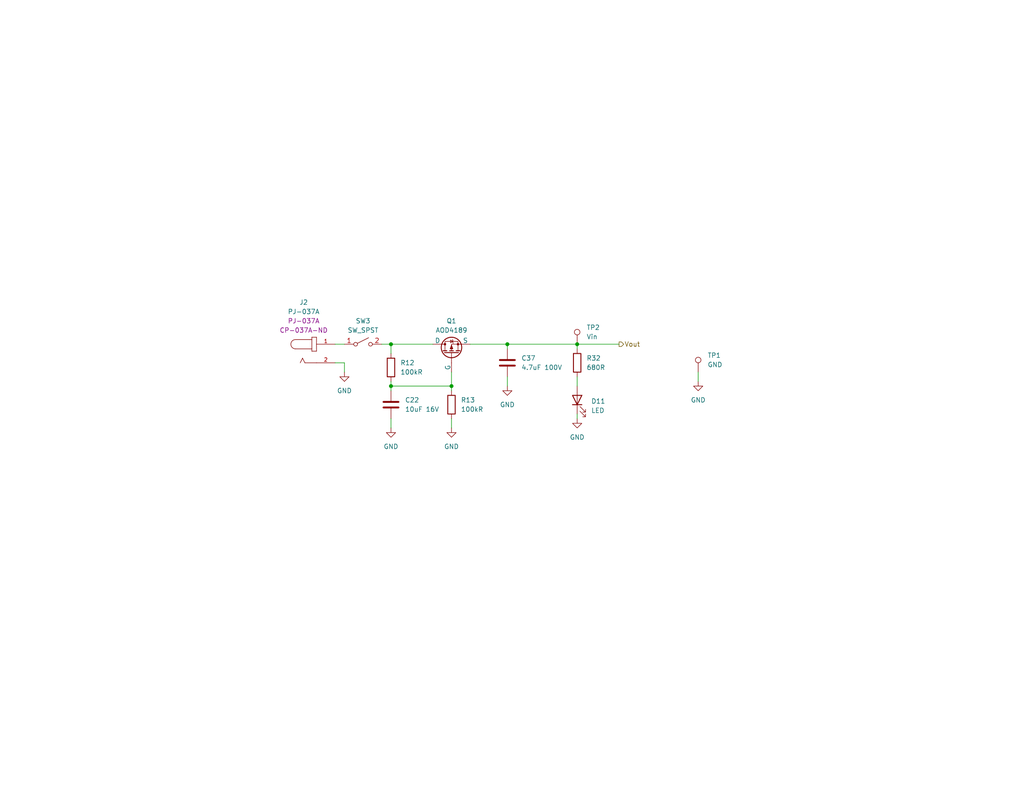
<source format=kicad_sch>
(kicad_sch (version 20230121) (generator eeschema)
  (paper "A")
  (title_block (title "Adjustable Power Supply") (date "2024-01-11") (company "George Jurgiel") (comment 1 "12V power input with soft start."))
  (lib_symbols
    (symbol "Adjustable_Power_Suppy:PJ-037A" (pin_names (offset 1.016) hide)
      (property "Reference" "J" (at -7.62 5.08 0))
      (property "Value" "PJ-037A" (at -7.62 -5.08 0))
      (property "MPN" "PJ-037A" (at 0 0 0))
      (property "Digikey PN" "CP-037A-ND" (at 0 0 0))
      (symbol "PJ-037A_0_0"
        (arc (start -5.726 3.81) (mid -6.9905 2.54) (end -5.726 1.27) (stroke (width 0.1524)))
        (polyline (pts (xy -5.715 3.81) (xy -1.27 3.81)) (stroke (width 0.1524)))
        (polyline (pts (xy -3.81 -1.27) (xy -4.445 -2.54)) (stroke (width 0.1524)))
        (polyline (pts (xy -3.175 -2.54) (xy -3.81 -1.27)) (stroke (width 0.1524)))
        (polyline (pts (xy -1.27 0.635) (xy 0 0.635)) (stroke (width 0.1524)))
        (polyline (pts (xy -1.27 1.27) (xy -5.715 1.27)) (stroke (width 0.1524)))
        (polyline (pts (xy -1.27 1.27) (xy -1.27 0.635)) (stroke (width 0.1524)))
        (polyline (pts (xy -1.27 3.81) (xy -1.27 1.27)) (stroke (width 0.1524)))
        (polyline (pts (xy -1.27 4.445) (xy -1.27 3.81)) (stroke (width 0.1524)))
        (polyline (pts (xy 0 -2.54) (xy -3.175 -2.54)) (stroke (width 0.1524)))
        (polyline (pts (xy 0 0.635) (xy 0 4.445)) (stroke (width 0.1524)))
        (polyline (pts (xy 0 4.445) (xy -1.27 4.445)) (stroke (width 0.1524)))
        (pin passive line (at 5.08 -2.54 180) (length 5.08) (name "~") (number "2"))
      )
      (symbol "PJ-037A_1_0"
        (pin passive line (at 5.08 2.54 180) (length 5.08) (name "~") (number "1"))
      )
    )
    (symbol "Connector:TestPoint" (pin_numbers hide) (pin_names (offset 0.762) hide)
      (property "Reference" "TP" (at 0 6.858 0))
      (property "Value" "TestPoint" (at 0 5.08 0))
      (symbol "TestPoint_0_1"
        (circle (center 0 3.302) (radius 0.762))
      )
      (symbol "TestPoint_1_1"
        (pin passive line (at 0 0 90) (length 2.54) (name "1") (number "1"))
      )
    )
    (symbol "Device:C" (pin_numbers hide) (pin_names (offset 0.254))
      (property "Reference" "C" (at 0.635 2.54 0))
      (property "Value" "C" (at 0.635 -2.54 0))
      (symbol "C_0_1"
        (polyline (pts (xy -2.032 -0.762) (xy 2.032 -0.762)) (stroke (width 0.508)))
        (polyline (pts (xy -2.032 0.762) (xy 2.032 0.762)) (stroke (width 0.508)))
      )
      (symbol "C_1_1"
        (pin passive line (at 0 3.81 270) (length 2.794) (name "~") (number "1"))
        (pin passive line (at 0 -3.81 90) (length 2.794) (name "~") (number "2"))
      )
    )
    (symbol "Device:LED" (pin_numbers hide) (pin_names (offset 1.016) hide)
      (property "Reference" "D" (at 0 2.54 0))
      (property "Value" "LED" (at 0 -2.54 0))
      (symbol "LED_0_1"
        (polyline (pts (xy -1.27 -1.27) (xy -1.27 1.27)) (stroke (width 0.254)))
        (polyline (pts (xy -1.27 0) (xy 1.27 0)))
        (polyline (pts (xy 1.27 -1.27) (xy 1.27 1.27) (xy -1.27 0) (xy 1.27 -1.27)) (stroke (width 0.254)))
        (polyline (pts (xy -3.048 -0.762) (xy -4.572 -2.286) (xy -3.81 -2.286) (xy -4.572 -2.286) (xy -4.572 -1.524)))
        (polyline (pts (xy -1.778 -0.762) (xy -3.302 -2.286) (xy -2.54 -2.286) (xy -3.302 -2.286) (xy -3.302 -1.524)))
      )
      (symbol "LED_1_1"
        (pin passive line (at -3.81 0 0) (length 2.54) (name "K") (number "1"))
        (pin passive line (at 3.81 0 180) (length 2.54) (name "A") (number "2"))
      )
    )
    (symbol "Device:R" (pin_numbers hide) (pin_names (offset 0))
      (property "Reference" "R" (at 2.032 0 90))
      (property "Value" "R" (at 0 0 90))
      (symbol "R_0_1"
        (rectangle (start -1.016 -2.54) (end 1.016 2.54) (stroke (width 0.254)))
      )
      (symbol "R_1_1"
        (pin passive line (at 0 3.81 270) (length 1.27) (name "~") (number "1"))
        (pin passive line (at 0 -3.81 90) (length 1.27) (name "~") (number "2"))
      )
    )
    (symbol "Simulation_SPICE:PMOS" (pin_numbers hide) (pin_names (offset 0))
      (property "Reference" "Q" (at 5.08 1.27 0))
      (property "Value" "PMOS" (at 5.08 -1.27 0))
      (symbol "PMOS_0_1"
        (polyline (pts (xy 0.254 0) (xy -2.54 0)))
        (polyline (pts (xy 0.254 1.905) (xy 0.254 -1.905)) (stroke (width 0.254)))
        (polyline (pts (xy 0.762 -1.27) (xy 0.762 -2.286)) (stroke (width 0.254)))
        (polyline (pts (xy 0.762 0.508) (xy 0.762 -0.508)) (stroke (width 0.254)))
        (polyline (pts (xy 0.762 2.286) (xy 0.762 1.27)) (stroke (width 0.254)))
        (polyline (pts (xy 2.54 2.54) (xy 2.54 1.778)))
        (polyline (pts (xy 2.54 -2.54) (xy 2.54 0) (xy 0.762 0)))
        (polyline (pts (xy 0.762 1.778) (xy 3.302 1.778) (xy 3.302 -1.778) (xy 0.762 -1.778)))
        (polyline (pts (xy 2.286 0) (xy 1.27 0.381) (xy 1.27 -0.381) (xy 2.286 0)) (fill (type outline)))
        (polyline (pts (xy 2.794 -0.508) (xy 2.921 -0.381) (xy 3.683 -0.381) (xy 3.81 -0.254)))
        (polyline (pts (xy 3.302 -0.381) (xy 2.921 0.254) (xy 3.683 0.254) (xy 3.302 -0.381)))
        (circle (center 1.651 0) (radius 2.794) (stroke (width 0.254)))
        (circle (center 2.54 -1.778) (radius 0.254) (fill (type outline)))
        (circle (center 2.54 1.778) (radius 0.254) (fill (type outline)))
      )
      (symbol "PMOS_1_1"
        (pin passive line (at 2.54 5.08 270) (length 2.54) (name "D") (number "1"))
        (pin input line (at -5.08 0 0) (length 2.54) (name "G") (number "2"))
        (pin passive line (at 2.54 -5.08 90) (length 2.54) (name "S") (number "3"))
      )
    )
    (symbol "Switch:SW_SPST" (pin_names (offset 0) hide)
      (property "Reference" "SW" (at 0 3.175 0))
      (property "Value" "SW_SPST" (at 0 -2.54 0))
      (symbol "SW_SPST_0_0"
        (circle (center -2.032 0) (radius 0.508))
        (polyline (pts (xy -1.524 0.254) (xy 1.524 1.778)))
        (circle (center 2.032 0) (radius 0.508))
      )
      (symbol "SW_SPST_1_1"
        (pin passive line (at -5.08 0 0) (length 2.54) (name "A") (number "1"))
        (pin passive line (at 5.08 0 180) (length 2.54) (name "B") (number "2"))
      )
    )
    (symbol "power:GND" (power) (pin_names (offset 0))
      (property "Value" "GND" (at 0 -3.81 0))
      (symbol "GND_0_1"
        (polyline (pts (xy 0 0) (xy 0 -1.27) (xy 1.27 -1.27) (xy 0 -2.54) (xy -1.27 -1.27) (xy 0 -1.27)))
      )
      (symbol "GND_1_1"
        (pin power_in line (at 0 0 270) (length 0) hide (name "GND") (number "1"))
      )
    )
  )
  (junction (at 157.48 93.98))
  (junction (at 138.43 93.98))
  (junction (at 123.19 105.41))
  (junction (at 106.68 105.41))
  (junction (at 106.68 93.98))
  (wire (pts (xy 106.68 105.41) (xy 123.19 105.41)))
  (wire (pts (xy 138.43 93.98) (xy 157.48 93.98)))
  (wire (pts (xy 157.48 93.98) (xy 168.91 93.98)))
  (wire (pts (xy 128.27 93.98) (xy 138.43 93.98)))
  (wire (pts (xy 91.44 99.06) (xy 93.98 99.06)))
  (wire (pts (xy 106.68 114.3) (xy 106.68 116.84)))
  (wire (pts (xy 138.43 93.98) (xy 138.43 95.25)))
  (wire (pts (xy 157.48 102.87) (xy 157.48 105.41)))
  (wire (pts (xy 106.68 93.98) (xy 118.11 93.98)))
  (wire (pts (xy 93.98 99.06) (xy 93.98 101.6)))
  (wire (pts (xy 123.19 105.41) (xy 123.19 106.68)))
  (wire (pts (xy 190.5 104.14) (xy 190.5 101.6)))
  (wire (pts (xy 104.14 93.98) (xy 106.68 93.98)))
  (wire (pts (xy 106.68 105.41) (xy 106.68 104.14)))
  (wire (pts (xy 157.48 113.03) (xy 157.48 114.3)))
  (wire (pts (xy 106.68 96.52) (xy 106.68 93.98)))
  (wire (pts (xy 106.68 106.68) (xy 106.68 105.41)))
  (wire (pts (xy 91.44 93.98) (xy 93.98 93.98)))
  (wire (pts (xy 123.19 114.3) (xy 123.19 116.84)))
  (wire (pts (xy 123.19 105.41) (xy 123.19 101.6)))
  (wire (pts (xy 157.48 93.98) (xy 157.48 95.25)))
  (wire (pts (xy 138.43 105.41) (xy 138.43 102.87)))
  (hierarchical_label "Vout" (shape output) (at 168.91 93.98 0))
  (symbol (lib_id "Device:LED") (at 157.48 109.22 90) (unit 1)
    (property "Reference" "D11" (at 161.29 109.5375 90) (effects (justify right)))
    (property "Value" "LED" (at 161.29 112.0775 90) (effects (justify right)))
    (property "Footprint" "LED_SMD:LED_0603_1608Metric_Pad1.05x0.95mm_HandSolder" (effects hide))
    (instances (project "Adjustable_Power_Supply" (path "" (reference "D11") (unit 1)) (path "" (reference "D12") (unit 1))))
  )
  (symbol (lib_id "Device:C") (at 138.43 99.06 0) (unit 1)
    (property "Reference" "C37" (at 142.24 97.79 0) (effects (justify left)))
    (property "Value" "4.7uF 100V" (at 142.24 100.33 0) (effects (justify left)))
    (property "Footprint" "Capacitor_SMD:C_0603_1608Metric_Pad1.08x0.95mm_HandSolder" (effects hide))
  )
  (symbol (lib_id "power:GND") (at 190.5 104.14 0) (unit 1)
    (property "Reference" "#PWR060" (effects hide))
    (property "Value" "GND" (at 190.5 109.22 0))
    (instances (project "Adjustable_Power_Supply" (path "" (reference "#PWR060") (unit 1)) (path "" (reference "#PWR04") (unit 1))))
  )
  (symbol (lib_id "Device:R") (at 123.19 110.49 0) (unit 1)
    (property "Reference" "R13" (at 125.73 109.22 0) (effects (justify left)))
    (property "Value" "100kR" (at 125.73 111.76 0) (effects (justify left)))
    (property "Footprint" "Resistor_SMD:R_0603_1608Metric_Pad0.98x0.95mm_HandSolder" (effects hide))
  )
  (symbol (lib_id "power:GND") (at 106.68 116.84 0) (unit 1)
    (property "Reference" "#PWR020" (effects hide))
    (property "Value" "GND" (at 106.68 121.92 0))
  )
  (symbol (lib_id "power:GND") (at 138.43 105.41 0) (unit 1)
    (property "Reference" "#PWR058" (effects hide))
    (property "Value" "GND" (at 138.43 110.49 0))
  )
  (symbol (lib_id "power:GND") (at 123.19 116.84 0) (unit 1)
    (property "Reference" "#PWR019" (effects hide))
    (property "Value" "GND" (at 123.19 121.92 0))
  )
  (symbol (lib_id "power:GND") (at 157.48 114.3 0) (unit 1)
    (property "Reference" "#PWR060" (effects hide))
    (property "Value" "GND" (at 157.48 119.38 0))
    (instances (project "Adjustable_Power_Supply" (path "" (reference "#PWR060") (unit 1)) (path "" (reference "#PWR061") (unit 1))))
  )
  (symbol (lib_id "Connector:TestPoint") (at 190.5 101.6 0) (unit 1)
    (property "Reference" "TP1" (at 193.04 97.028 0) (effects (justify left)))
    (property "Value" "GND" (at 193.04 99.568 0) (effects (justify left)))
    (property "Footprint" "Adjustable_Power_Supply:TP420X150" (effects hide))
  )
  (symbol (lib_id "Device:R") (at 106.68 100.33 0) (unit 1)
    (property "Reference" "R12" (at 109.22 99.06 0) (effects (justify left)))
    (property "Value" "100kR" (at 109.22 101.6 0) (effects (justify left)))
    (property "Footprint" "Resistor_SMD:R_0603_1608Metric_Pad0.98x0.95mm_HandSolder" (effects hide))
  )
  (symbol (lib_id "power:GND") (at 93.98 101.6 0) (unit 1)
    (property "Reference" "#PWR021" (effects hide))
    (property "Value" "GND" (at 93.98 106.68 0))
  )
  (symbol (lib_id "Device:R") (at 157.48 99.06 180) (unit 1)
    (property "Reference" "R32" (at 160.02 97.79 0) (effects (justify right)))
    (property "Value" "680R" (at 160.02 100.33 0) (effects (justify right)))
    (property "Footprint" "Resistor_SMD:R_0603_1608Metric_Pad0.98x0.95mm_HandSolder" (effects hide))
    (instances (project "Adjustable_Power_Supply" (path "" (reference "R32") (unit 1)) (path "" (reference "R33") (unit 1))))
  )
  (symbol (lib_id "Adjustable_Power_Suppy:PJ-037A") (at 86.36 96.52 0) (unit 1)
    (property "Reference" "J2" (at 82.8647 82.55 0))
    (property "Value" "PJ-037A" (at 82.8647 85.09 0))
    (property "Footprint" "Adjustable_Power_Supply:PJ-037A" (effects hide))
    (property "Datasheet" "https://www.cuidevices.com/product/resource/pj-037a.pdf" (effects hide))
    (property "MPN" "PJ-037A" (at 82.8647 87.63 0))
    (property "Digikey PN" "CP-037A-ND" (at 82.8647 90.17 0))
  )
  (symbol (lib_id "Switch:SW_SPST") (at 99.06 93.98 0) (unit 1)
    (property "Reference" "SW3" (at 99.06 87.63 0))
    (property "Value" "SW_SPST" (at 99.06 90.17 0))
    (property "Footprint" "Adjustable_Power_Supply:1101M2S3CQE2" (effects hide))
    (property "Datasheet" "https://www.ckswitches.com/media/1429/1000.pdf" (effects hide))
    (property "MPN" "1101M2S3CQE2" (effects hide))
    (property "Digikey PN" "CKN5001-ND" (effects hide))
  )
  (symbol (lib_id "Simulation_SPICE:PMOS") (at 123.19 96.52 90) (unit 1)
    (property "Reference" "Q1" (at 123.19 87.63 90))
    (property "Value" "AOD4189" (at 123.19 90.17 90))
    (property "Footprint" "Package_TO_SOT_SMD:TO-252-2" (effects hide))
    (property "Datasheet" "https://aosmd.com/res/data_sheets/AOD4189.pdf" (effects hide))
    (property "MPN" "AOD4189" (effects hide))
    (property "Digikey PN" "785-1351-1-ND" (effects hide))
  )
  (symbol (lib_id "Connector:TestPoint") (at 157.48 93.98 0) (unit 1)
    (property "Reference" "TP2" (at 160.02 89.408 0) (effects (justify left)))
    (property "Value" "Vin" (at 160.02 91.948 0) (effects (justify left)))
    (property "Footprint" "Adjustable_Power_Supply:TP420X150" (effects hide))
  )
  (symbol (lib_id "Device:C") (at 106.68 110.49 0) (unit 1)
    (property "Reference" "C22" (at 110.49 109.22 0) (effects (justify left)))
    (property "Value" "10uF 16V" (at 110.49 111.76 0) (effects (justify left)))
    (property "Footprint" "Capacitor_SMD:C_0603_1608Metric_Pad1.08x0.95mm_HandSolder" (effects hide))
  )
)
</source>
